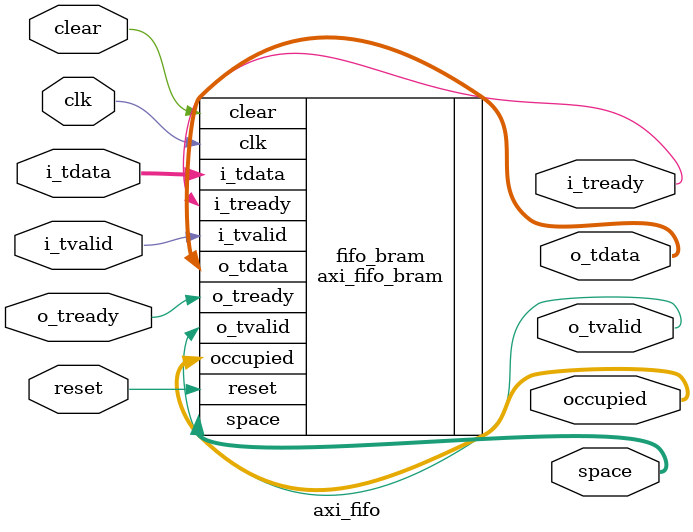
<source format=v>


module axi_fifo
  #(parameter WIDTH=32, SIZE=5)
   (input clk, input reset, input clear,
    input [WIDTH-1:0] i_tdata,
    input i_tvalid,
    output i_tready,
    output [WIDTH-1:0] o_tdata,
    output o_tvalid,
    input o_tready,
    
    output [15:0] space,
    output [15:0] occupied);
   
      axi_fifo_bram #(.WIDTH(WIDTH), .SIZE(SIZE)) fifo_bram
        (.clk(clk), .reset(reset), .clear(clear),
         .i_tdata(i_tdata), .i_tvalid(i_tvalid), .i_tready(i_tready),
         .o_tdata(o_tdata), .o_tvalid(o_tvalid), .o_tready(o_tready),
         .space(space), .occupied(occupied));
      
endmodule // axi_fifo

</source>
